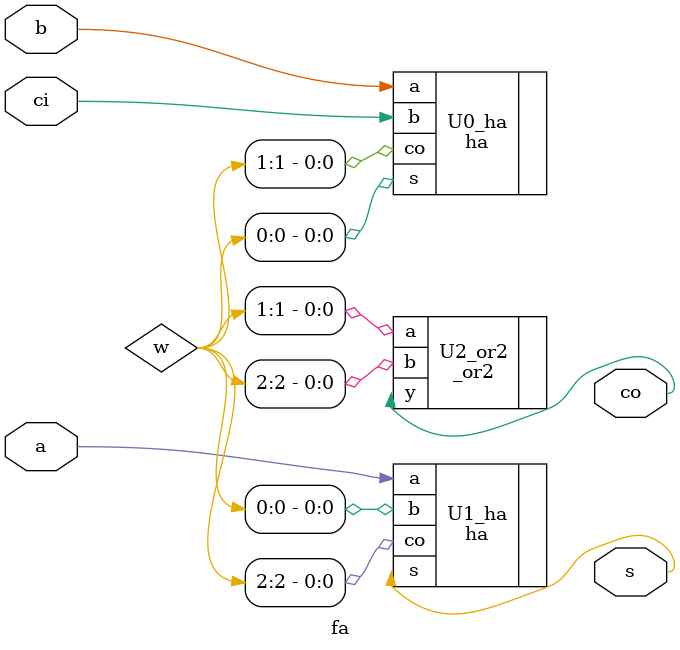
<source format=v>
module fa(a,b,ci,s,co); 		// full adder
input a,b,ci;
output s,co;
wire [2:0] w;
  ha U0_ha(.a(b), .b(ci), .s(w[0]), .co(w[1]));		// half adder
  ha U1_ha(.a(a), .b(w[0]), .s(s), .co(w[2]));		// half adder
  _or2 U2_or2(.a(w[1]), .b(w[2]), .y(co)); 			// or gate
endmodule

</source>
